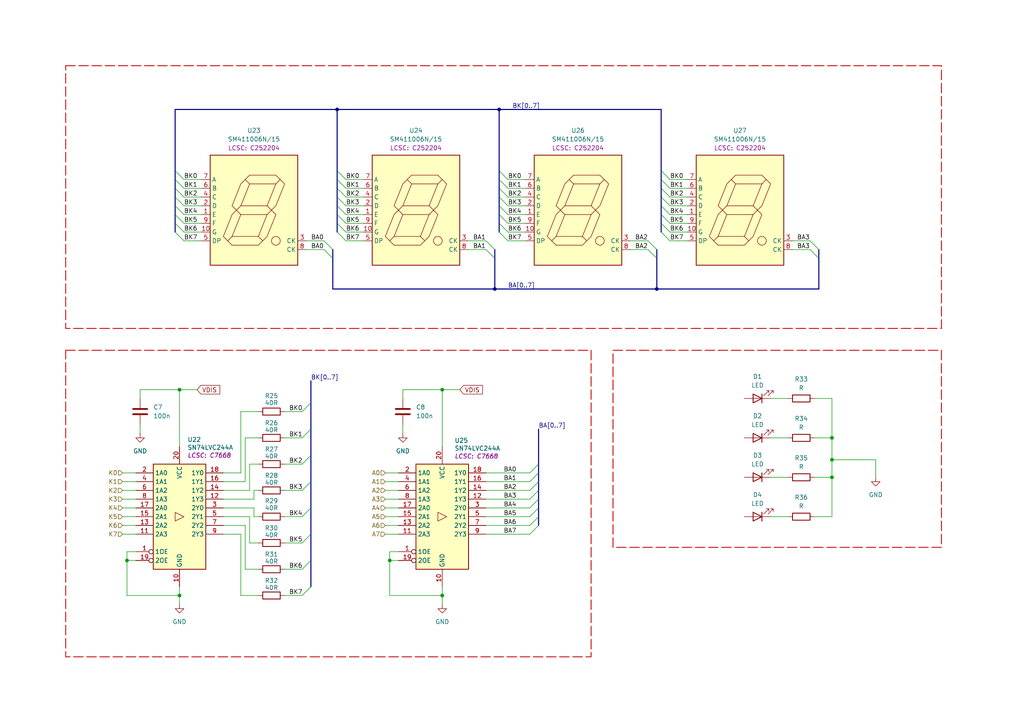
<source format=kicad_sch>
(kicad_sch (version 20250114) (generator "eeschema") (generator_version "9.0")
  (paper "A4")
  (title_block (date "2025-10-19") (rev "v0.0") (company "Rajath Katker") (comment 4 "Final verification pending"))
  (lib_symbols
    (symbol "74xx:74AHC244"
      (property "Reference" "U" (at -7.62 16.51 0))
      (property "Value" "74AHC244" (at -7.62 -16.51 0))
      (symbol "74AHC244_1_0"
        (polyline (pts (xy 1.27 0) (xy -1.27 1.27) (xy -1.27 -1.27) (xy 1.27 0)) (stroke (width 0.1524)))
        (pin input line (at -12.7 12.7 0) (length 5.08) (name "1A0") (number "2"))
        (pin input line (at -12.7 10.16 0) (length 5.08) (name "1A1") (number "4"))
        (pin input line (at -12.7 7.62 0) (length 5.08) (name "1A2") (number "6"))
        (pin input line (at -12.7 5.08 0) (length 5.08) (name "1A3") (number "8"))
        (pin input line (at -12.7 2.54 0) (length 5.08) (name "2A0") (number "17"))
        (pin input line (at -12.7 0 0) (length 5.08) (name "2A1") (number "15"))
        (pin input line (at -12.7 -2.54 0) (length 5.08) (name "2A2") (number "13"))
        (pin input line (at -12.7 -5.08 0) (length 5.08) (name "2A3") (number "11"))
        (pin input inverted (at -12.7 -10.16 0) (length 5.08) (name "1OE") (number "1"))
        (pin input inverted (at -12.7 -12.7 0) (length 5.08) (name "2OE") (number "19"))
        (pin power_in line (at 0 20.32 270) (length 5.08) (name "VCC") (number "20"))
        (pin power_in line (at 0 -20.32 90) (length 5.08) (name "GND") (number "10"))
        (pin tri_state line (at 12.7 12.7 180) (length 5.08) (name "1Y0") (number "18"))
        (pin tri_state line (at 12.7 10.16 180) (length 5.08) (name "1Y1") (number "16"))
        (pin tri_state line (at 12.7 7.62 180) (length 5.08) (name "1Y2") (number "14"))
        (pin tri_state line (at 12.7 5.08 180) (length 5.08) (name "1Y3") (number "12"))
        (pin tri_state line (at 12.7 2.54 180) (length 5.08) (name "2Y0") (number "3"))
        (pin tri_state line (at 12.7 0 180) (length 5.08) (name "2Y1") (number "5"))
        (pin tri_state line (at 12.7 -2.54 180) (length 5.08) (name "2Y2") (number "7"))
        (pin tri_state line (at 12.7 -5.08 180) (length 5.08) (name "2Y3") (number "9"))
      )
      (symbol "74AHC244_1_1"
        (rectangle (start -7.62 15.24) (end 7.62 -15.24) (stroke (width 0.254)) (fill (type background)))
      )
    )
    (symbol "Device:C" (pin_numbers (hide yes)) (pin_names (offset 0.254))
      (property "Reference" "C" (at 0.635 2.54 0))
      (property "Value" "C" (at 0.635 -2.54 0))
      (symbol "C_0_1"
        (polyline (pts (xy -2.032 0.762) (xy 2.032 0.762)) (stroke (width 0.508)))
        (polyline (pts (xy -2.032 -0.762) (xy 2.032 -0.762)) (stroke (width 0.508)))
      )
      (symbol "C_1_1"
        (pin passive line (at 0 3.81 270) (length 2.794) (name "~") (number "1"))
        (pin passive line (at 0 -3.81 90) (length 2.794) (name "~") (number "2"))
      )
    )
    (symbol "Device:LED" (pin_numbers (hide yes)) (pin_names (offset 1.016) (hide yes))
      (property "Reference" "D" (at 0 2.54 0))
      (property "Value" "LED" (at 0 -2.54 0))
      (symbol "LED_0_1"
        (polyline (pts (xy -3.048 -0.762) (xy -4.572 -2.286) (xy -3.81 -2.286) (xy -4.572 -2.286) (xy -4.572 -1.524)))
        (polyline (pts (xy -1.778 -0.762) (xy -3.302 -2.286) (xy -2.54 -2.286) (xy -3.302 -2.286) (xy -3.302 -1.524)))
        (polyline (pts (xy -1.27 0) (xy 1.27 0)))
        (polyline (pts (xy -1.27 -1.27) (xy -1.27 1.27)) (stroke (width 0.254)))
        (polyline (pts (xy 1.27 -1.27) (xy 1.27 1.27) (xy -1.27 0) (xy 1.27 -1.27)) (stroke (width 0.254)))
      )
      (symbol "LED_1_1"
        (pin passive line (at -3.81 0 0) (length 2.54) (name "K") (number "1"))
        (pin passive line (at 3.81 0 180) (length 2.54) (name "A") (number "2"))
      )
    )
    (symbol "Device:R" (pin_numbers (hide yes)) (pin_names (offset 0))
      (property "Reference" "R" (at 2.032 0 90))
      (property "Value" "R" (at 0 0 90))
      (symbol "R_0_1"
        (rectangle (start -1.016 -2.54) (end 1.016 2.54) (stroke (width 0.254)))
      )
      (symbol "R_1_1"
        (pin passive line (at 0 3.81 270) (length 1.27) (name "~") (number "1"))
        (pin passive line (at 0 -3.81 90) (length 1.27) (name "~") (number "2"))
      )
    )
    (symbol "power:GND" (power) (pin_numbers (hide yes)) (pin_names (offset 0) (hide yes))
      (property "Value" "GND" (at 0 -3.81 0))
      (symbol "GND_0_1"
        (polyline (pts (xy 0 0) (xy 0 -1.27) (xy 1.27 -1.27) (xy 0 -2.54) (xy -1.27 -1.27) (xy 0 -1.27)))
      )
      (symbol "GND_1_1"
        (pin power_in line (at 0 0 270) (length 0) (name "~") (number "1"))
      )
    )
    (symbol "precision_clock:SM411006N/15"
      (property "Reference" "U" (at 0 21.844 0))
      (property "Value" "SM411006N/15" (at 0 19.812 0))
      (symbol "SM411006N/15_0_1"
        (polyline (pts (xy -7.62 -8.89) (xy -6.35 -7.62)))
        (polyline (pts (xy -7.62 -8.89) (xy -6.35 -10.16)))
        (polyline (pts (xy -6.35 -7.62) (xy -3.81 -1.27)))
        (polyline (pts (xy -6.35 -7.62) (xy 1.27 -7.62)))
        (polyline (pts (xy -6.35 -10.16) (xy 1.27 -10.16) (xy 2.54 -8.89)))
        (polyline (pts (xy -5.08 0) (xy -6.35 -1.27) (xy -8.89 -7.62) (xy -7.62 -8.89)))
        (polyline (pts (xy -3.81 1.27) (xy -5.08 0)))
        (polyline (pts (xy -3.81 1.27) (xy 3.81 1.27)))
        (polyline (pts (xy -3.81 -1.27) (xy -5.08 0)))
        (polyline (pts (xy -3.81 -1.27) (xy 3.81 -1.27)))
        (polyline (pts (xy -2.54 8.89) (xy -3.81 7.62) (xy -6.35 1.27) (xy -5.08 0)))
        (polyline (pts (xy 1.27 -7.62) (xy 2.54 -8.89)))
        (polyline (pts (xy 2.54 -8.89) (xy 3.81 -7.62) (xy 6.35 -1.27) (xy 5.08 0)))
        (polyline (pts (xy 3.81 1.27) (xy 5.08 0)))
        (polyline (pts (xy 3.81 -1.27) (xy 1.27 -7.62)))
        (polyline (pts (xy 5.08 0) (xy 3.81 -1.27)))
        (polyline (pts (xy 5.08 0) (xy 6.35 1.27) (xy 8.89 7.62) (xy 7.62 8.89)))
        (polyline (pts (xy 6.35 7.62) (xy 3.81 1.27)))
        (polyline (pts (xy 6.35 7.62) (xy -1.27 7.62) (xy -3.81 1.27)))
        (polyline (pts (xy 6.35 7.62) (xy 7.62 8.89) (xy 6.35 10.16) (xy -1.27 10.16) (xy -2.54 8.89) (xy -1.27 7.62)))
        (circle (center 6.35 -8.89) (radius 1.27))
      )
      (symbol "SM411006N/15_1_1"
        (rectangle (start -12.7 15.9543) (end 12.7 -15.9544) (stroke (width 0.254)) (fill (type color) (color 255 255 194 1)))
        (pin input line (at -15.24 8.89 0) (length 2.54) (name "A") (number "7"))
        (pin input line (at -15.24 6.35 0) (length 2.54) (name "B") (number "6"))
        (pin input line (at -15.24 3.81 0) (length 2.54) (name "C") (number "4"))
        (pin input line (at -15.24 1.27 0) (length 2.54) (name "D") (number "2"))
        (pin input line (at -15.24 -1.27 0) (length 2.54) (name "E") (number "1"))
        (pin input line (at -15.24 -3.81 0) (length 2.54) (name "F") (number "9"))
        (pin input line (at -15.24 -6.35 0) (length 2.54) (name "G") (number "10"))
        (pin input line (at -15.24 -8.89 0) (length 2.54) (name "DP") (number "5"))
        (pin input line (at 15.24 -8.89 180) (length 2.54) (name "CK") (number "3"))
        (pin input line (at 15.24 -11.43 180) (length 2.54) (name "CK") (number "8"))
      )
    )
  )
  (rectangle (start 19.05 19.05) (end 273.05 95.25) (stroke (width 0.254) (type dash) (color 194 0 0 1)))
  (rectangle (start 177.8 101.6) (end 273.05 158.75) (stroke (width 0.254) (type dash) (color 194 0 0 1)))
  (rectangle (start 19.05 101.6) (end 171.45 190.5) (stroke (width 0.254) (type dash) (color 194 0 0 1)))
  (junction (at 52.07 172.72))
  (junction (at 52.07 113.03))
  (junction (at 128.27 113.03))
  (junction (at 128.27 172.72))
  (junction (at 241.3 127))
  (junction (at 143.51 83.82))
  (junction (at 113.03 162.56))
  (junction (at 97.79 31.75))
  (junction (at 241.3 133.35))
  (junction (at 36.83 162.56))
  (junction (at 241.3 138.43))
  (junction (at 190.5 83.82))
  (junction (at 144.78 31.75))
  (bus_entry (at 144.78 62.23) (size 2.54 2.54))
  (bus_entry (at 97.79 59.69) (size 2.54 2.54))
  (bus_entry (at 50.8 59.69) (size 2.54 2.54))
  (bus_entry (at 90.17 116.84) (size -2.54 2.54))
  (bus_entry (at 191.77 49.53) (size 2.54 2.54))
  (bus_entry (at 96.52 74.93) (size -2.54 -2.54))
  (bus_entry (at 97.79 67.31) (size 2.54 2.54))
  (bus_entry (at 237.49 74.93) (size -2.54 -2.54))
  (bus_entry (at 156.21 152.4) (size -2.54 2.54))
  (bus_entry (at 190.5 74.93) (size -2.54 -2.54))
  (bus_entry (at 144.78 57.15) (size 2.54 2.54))
  (bus_entry (at 97.79 49.53) (size 2.54 2.54))
  (bus_entry (at 97.79 64.77) (size 2.54 2.54))
  (bus_entry (at 50.8 57.15) (size 2.54 2.54))
  (bus_entry (at 191.77 59.69) (size 2.54 2.54))
  (bus_entry (at 156.21 134.62) (size -2.54 2.54))
  (bus_entry (at 144.78 54.61) (size 2.54 2.54))
  (bus_entry (at 97.79 57.15) (size 2.54 2.54))
  (bus_entry (at 144.78 64.77) (size 2.54 2.54))
  (bus_entry (at 190.5 72.39) (size -2.54 -2.54))
  (bus_entry (at 156.21 147.32) (size -2.54 2.54))
  (bus_entry (at 144.78 67.31) (size 2.54 2.54))
  (bus_entry (at 191.77 64.77) (size 2.54 2.54))
  (bus_entry (at 143.51 74.93) (size -2.54 -2.54))
  (bus_entry (at 97.79 52.07) (size 2.54 2.54))
  (bus_entry (at 156.21 144.78) (size -2.54 2.54))
  (bus_entry (at 191.77 57.15) (size 2.54 2.54))
  (bus_entry (at 50.8 67.31) (size 2.54 2.54))
  (bus_entry (at 90.17 124.46) (size -2.54 2.54))
  (bus_entry (at 97.79 54.61) (size 2.54 2.54))
  (bus_entry (at 144.78 52.07) (size 2.54 2.54))
  (bus_entry (at 50.8 64.77) (size 2.54 2.54))
  (bus_entry (at 90.17 147.32) (size -2.54 2.54))
  (bus_entry (at 90.17 139.7) (size -2.54 2.54))
  (bus_entry (at 143.51 72.39) (size -2.54 -2.54))
  (bus_entry (at 50.8 49.53) (size 2.54 2.54))
  (bus_entry (at 191.77 62.23) (size 2.54 2.54))
  (bus_entry (at 237.49 72.39) (size -2.54 -2.54))
  (bus_entry (at 156.21 137.16) (size -2.54 2.54))
  (bus_entry (at 156.21 139.7) (size -2.54 2.54))
  (bus_entry (at 90.17 170.18) (size -2.54 2.54))
  (bus_entry (at 90.17 162.56) (size -2.54 2.54))
  (bus_entry (at 90.17 154.94) (size -2.54 2.54))
  (bus_entry (at 191.77 54.61) (size 2.54 2.54))
  (bus_entry (at 96.52 72.39) (size -2.54 -2.54))
  (bus_entry (at 144.78 49.53) (size 2.54 2.54))
  (bus_entry (at 90.17 132.08) (size -2.54 2.54))
  (bus_entry (at 50.8 62.23) (size 2.54 2.54))
  (bus_entry (at 191.77 67.31) (size 2.54 2.54))
  (bus_entry (at 50.8 52.07) (size 2.54 2.54))
  (bus_entry (at 156.21 142.24) (size -2.54 2.54))
  (bus_entry (at 156.21 149.86) (size -2.54 2.54))
  (bus_entry (at 144.78 59.69) (size 2.54 2.54))
  (bus_entry (at 50.8 54.61) (size 2.54 2.54))
  (bus_entry (at 191.77 52.07) (size 2.54 2.54))
  (bus_entry (at 97.79 62.23) (size 2.54 2.54))
  (wire (pts (xy 236.22 149.86) (xy 241.3 149.86)))
  (wire (pts (xy 223.52 138.43) (xy 228.6 138.43)))
  (wire (pts (xy 69.85 119.38) (xy 74.93 119.38)))
  (wire (pts (xy 147.32 59.69) (xy 152.4 59.69)))
  (wire (pts (xy 100.33 67.31) (xy 105.41 67.31)))
  (wire (pts (xy 71.12 152.4) (xy 71.12 165.1)))
  (wire (pts (xy 64.77 142.24) (xy 72.39 142.24)))
  (bus (pts (xy 156.21 124.46) (xy 156.21 134.62)))
  (wire (pts (xy 64.77 149.86) (xy 72.39 149.86)))
  (wire (pts (xy 111.76 152.4) (xy 115.57 152.4)))
  (wire (pts (xy 116.84 123.19) (xy 116.84 125.73)))
  (bus (pts (xy 90.17 154.94) (xy 90.17 162.56)))
  (bus (pts (xy 144.78 52.07) (xy 144.78 54.61)))
  (bus (pts (xy 90.17 162.56) (xy 90.17 170.18)))
  (bus (pts (xy 144.78 31.75) (xy 144.78 49.53)))
  (bus (pts (xy 191.77 31.75) (xy 191.77 49.53)))
  (wire (pts (xy 35.56 147.32) (xy 39.37 147.32)))
  (wire (pts (xy 100.33 62.23) (xy 105.41 62.23)))
  (wire (pts (xy 194.31 52.07) (xy 199.39 52.07)))
  (wire (pts (xy 223.52 127) (xy 228.6 127)))
  (wire (pts (xy 223.52 115.57) (xy 228.6 115.57)))
  (wire (pts (xy 64.77 137.16) (xy 69.85 137.16)))
  (wire (pts (xy 140.97 152.4) (xy 153.67 152.4)))
  (wire (pts (xy 241.3 127) (xy 241.3 115.57)))
  (wire (pts (xy 241.3 138.43) (xy 241.3 149.86)))
  (wire (pts (xy 36.83 160.02) (xy 36.83 162.56)))
  (wire (pts (xy 111.76 139.7) (xy 115.57 139.7)))
  (wire (pts (xy 52.07 170.18) (xy 52.07 172.72)))
  (bus (pts (xy 90.17 132.08) (xy 90.17 139.7)))
  (bus (pts (xy 143.51 74.93) (xy 143.51 83.82)))
  (bus (pts (xy 156.21 144.78) (xy 156.21 147.32)))
  (wire (pts (xy 53.34 57.15) (xy 58.42 57.15)))
  (bus (pts (xy 90.17 116.84) (xy 90.17 124.46)))
  (bus (pts (xy 156.21 137.16) (xy 156.21 139.7)))
  (wire (pts (xy 52.07 113.03) (xy 52.07 129.54)))
  (bus (pts (xy 144.78 31.75) (xy 191.77 31.75)))
  (bus (pts (xy 50.8 57.15) (xy 50.8 59.69)))
  (wire (pts (xy 116.84 113.03) (xy 128.27 113.03)))
  (wire (pts (xy 133.35 113.03) (xy 128.27 113.03)))
  (bus (pts (xy 237.49 74.93) (xy 237.49 83.82)))
  (bus (pts (xy 190.5 74.93) (xy 190.5 83.82)))
  (wire (pts (xy 111.76 147.32) (xy 115.57 147.32)))
  (wire (pts (xy 182.88 72.39) (xy 187.96 72.39)))
  (wire (pts (xy 135.89 72.39) (xy 140.97 72.39)))
  (wire (pts (xy 73.66 149.86) (xy 74.93 149.86)))
  (wire (pts (xy 115.57 160.02) (xy 113.03 160.02)))
  (wire (pts (xy 36.83 162.56) (xy 36.83 172.72)))
  (wire (pts (xy 241.3 138.43) (xy 241.3 133.35)))
  (bus (pts (xy 90.17 110.49) (xy 90.17 116.84)))
  (wire (pts (xy 100.33 54.61) (xy 105.41 54.61)))
  (wire (pts (xy 100.33 64.77) (xy 105.41 64.77)))
  (wire (pts (xy 223.52 149.86) (xy 228.6 149.86)))
  (wire (pts (xy 73.66 147.32) (xy 73.66 149.86)))
  (wire (pts (xy 36.83 162.56) (xy 39.37 162.56)))
  (bus (pts (xy 96.52 74.93) (xy 96.52 83.82)))
  (wire (pts (xy 140.97 142.24) (xy 153.67 142.24)))
  (bus (pts (xy 190.5 72.39) (xy 190.5 74.93)))
  (wire (pts (xy 57.15 113.03) (xy 52.07 113.03)))
  (wire (pts (xy 236.22 138.43) (xy 241.3 138.43)))
  (wire (pts (xy 72.39 157.48) (xy 74.93 157.48)))
  (bus (pts (xy 191.77 49.53) (xy 191.77 52.07)))
  (wire (pts (xy 36.83 172.72) (xy 52.07 172.72)))
  (bus (pts (xy 97.79 57.15) (xy 97.79 59.69)))
  (bus (pts (xy 143.51 72.39) (xy 143.51 74.93)))
  (bus (pts (xy 50.8 59.69) (xy 50.8 62.23)))
  (wire (pts (xy 147.32 64.77) (xy 152.4 64.77)))
  (wire (pts (xy 182.88 69.85) (xy 187.96 69.85)))
  (bus (pts (xy 97.79 54.61) (xy 97.79 57.15)))
  (bus (pts (xy 156.21 147.32) (xy 156.21 149.86)))
  (bus (pts (xy 90.17 124.46) (xy 90.17 132.08)))
  (wire (pts (xy 82.55 142.24) (xy 87.63 142.24)))
  (wire (pts (xy 128.27 170.18) (xy 128.27 172.72)))
  (wire (pts (xy 73.66 144.78) (xy 73.66 142.24)))
  (wire (pts (xy 111.76 144.78) (xy 115.57 144.78)))
  (wire (pts (xy 35.56 142.24) (xy 39.37 142.24)))
  (bus (pts (xy 97.79 49.53) (xy 97.79 52.07)))
  (wire (pts (xy 71.12 139.7) (xy 71.12 127)))
  (wire (pts (xy 82.55 119.38) (xy 87.63 119.38)))
  (wire (pts (xy 140.97 149.86) (xy 153.67 149.86)))
  (bus (pts (xy 50.8 54.61) (xy 50.8 57.15)))
  (wire (pts (xy 241.3 127) (xy 241.3 133.35)))
  (wire (pts (xy 53.34 59.69) (xy 58.42 59.69)))
  (wire (pts (xy 88.9 72.39) (xy 93.98 72.39)))
  (wire (pts (xy 194.31 54.61) (xy 199.39 54.61)))
  (wire (pts (xy 140.97 144.78) (xy 153.67 144.78)))
  (wire (pts (xy 72.39 134.62) (xy 74.93 134.62)))
  (bus (pts (xy 50.8 49.53) (xy 50.8 52.07)))
  (wire (pts (xy 111.76 149.86) (xy 115.57 149.86)))
  (bus (pts (xy 96.52 72.39) (xy 96.52 74.93)))
  (wire (pts (xy 69.85 154.94) (xy 69.85 172.72)))
  (bus (pts (xy 50.8 31.75) (xy 50.8 49.53)))
  (wire (pts (xy 72.39 149.86) (xy 72.39 157.48)))
  (wire (pts (xy 135.89 69.85) (xy 140.97 69.85)))
  (wire (pts (xy 113.03 162.56) (xy 115.57 162.56)))
  (wire (pts (xy 35.56 152.4) (xy 39.37 152.4)))
  (wire (pts (xy 113.03 172.72) (xy 128.27 172.72)))
  (wire (pts (xy 82.55 134.62) (xy 87.63 134.62)))
  (wire (pts (xy 39.37 160.02) (xy 36.83 160.02)))
  (wire (pts (xy 147.32 54.61) (xy 152.4 54.61)))
  (wire (pts (xy 254 133.35) (xy 254 138.43)))
  (wire (pts (xy 52.07 172.72) (xy 52.07 175.26)))
  (wire (pts (xy 194.31 59.69) (xy 199.39 59.69)))
  (wire (pts (xy 147.32 69.85) (xy 152.4 69.85)))
  (wire (pts (xy 40.64 113.03) (xy 52.07 113.03)))
  (wire (pts (xy 128.27 172.72) (xy 128.27 175.26)))
  (wire (pts (xy 53.34 67.31) (xy 58.42 67.31)))
  (wire (pts (xy 194.31 69.85) (xy 199.39 69.85)))
  (bus (pts (xy 190.5 83.82) (xy 237.49 83.82)))
  (wire (pts (xy 113.03 162.56) (xy 113.03 172.72)))
  (wire (pts (xy 128.27 113.03) (xy 128.27 129.54)))
  (wire (pts (xy 35.56 139.7) (xy 39.37 139.7)))
  (bus (pts (xy 144.78 57.15) (xy 144.78 59.69)))
  (wire (pts (xy 111.76 142.24) (xy 115.57 142.24)))
  (wire (pts (xy 147.32 52.07) (xy 152.4 52.07)))
  (wire (pts (xy 140.97 154.94) (xy 153.67 154.94)))
  (wire (pts (xy 53.34 64.77) (xy 58.42 64.77)))
  (bus (pts (xy 97.79 59.69) (xy 97.79 62.23)))
  (wire (pts (xy 194.31 62.23) (xy 199.39 62.23)))
  (bus (pts (xy 237.49 72.39) (xy 237.49 74.93)))
  (bus (pts (xy 144.78 59.69) (xy 144.78 62.23)))
  (wire (pts (xy 140.97 139.7) (xy 153.67 139.7)))
  (wire (pts (xy 100.33 52.07) (xy 105.41 52.07)))
  (bus (pts (xy 90.17 139.7) (xy 90.17 147.32)))
  (wire (pts (xy 40.64 115.57) (xy 40.64 113.03)))
  (wire (pts (xy 241.3 115.57) (xy 236.22 115.57)))
  (wire (pts (xy 64.77 144.78) (xy 73.66 144.78)))
  (bus (pts (xy 191.77 59.69) (xy 191.77 62.23)))
  (bus (pts (xy 50.8 31.75) (xy 97.79 31.75)))
  (bus (pts (xy 97.79 52.07) (xy 97.79 54.61)))
  (wire (pts (xy 194.31 57.15) (xy 199.39 57.15)))
  (wire (pts (xy 35.56 137.16) (xy 39.37 137.16)))
  (wire (pts (xy 64.77 152.4) (xy 71.12 152.4)))
  (wire (pts (xy 64.77 147.32) (xy 73.66 147.32)))
  (wire (pts (xy 69.85 172.72) (xy 74.93 172.72)))
  (wire (pts (xy 100.33 57.15) (xy 105.41 57.15)))
  (bus (pts (xy 191.77 64.77) (xy 191.77 67.31)))
  (wire (pts (xy 35.56 149.86) (xy 39.37 149.86)))
  (wire (pts (xy 147.32 67.31) (xy 152.4 67.31)))
  (wire (pts (xy 82.55 157.48) (xy 87.63 157.48)))
  (wire (pts (xy 236.22 127) (xy 241.3 127)))
  (wire (pts (xy 88.9 69.85) (xy 93.98 69.85)))
  (wire (pts (xy 82.55 127) (xy 87.63 127)))
  (wire (pts (xy 194.31 64.77) (xy 199.39 64.77)))
  (bus (pts (xy 156.21 142.24) (xy 156.21 144.78)))
  (wire (pts (xy 147.32 62.23) (xy 152.4 62.23)))
  (wire (pts (xy 71.12 165.1) (xy 74.93 165.1)))
  (bus (pts (xy 156.21 139.7) (xy 156.21 142.24)))
  (bus (pts (xy 143.51 83.82) (xy 190.5 83.82)))
  (wire (pts (xy 35.56 154.94) (xy 39.37 154.94)))
  (wire (pts (xy 82.55 149.86) (xy 87.63 149.86)))
  (bus (pts (xy 50.8 64.77) (xy 50.8 67.31)))
  (wire (pts (xy 140.97 147.32) (xy 153.67 147.32)))
  (wire (pts (xy 111.76 154.94) (xy 115.57 154.94)))
  (wire (pts (xy 100.33 69.85) (xy 105.41 69.85)))
  (bus (pts (xy 96.52 83.82) (xy 143.51 83.82)))
  (wire (pts (xy 64.77 154.94) (xy 69.85 154.94)))
  (wire (pts (xy 147.32 57.15) (xy 152.4 57.15)))
  (bus (pts (xy 50.8 62.23) (xy 50.8 64.77)))
  (bus (pts (xy 191.77 57.15) (xy 191.77 59.69)))
  (bus (pts (xy 144.78 62.23) (xy 144.78 64.77)))
  (bus (pts (xy 144.78 64.77) (xy 144.78 67.31)))
  (bus (pts (xy 191.77 62.23) (xy 191.77 64.77)))
  (bus (pts (xy 90.17 147.32) (xy 90.17 154.94)))
  (bus (pts (xy 50.8 52.07) (xy 50.8 54.61)))
  (wire (pts (xy 82.55 165.1) (xy 87.63 165.1)))
  (wire (pts (xy 229.87 69.85) (xy 234.95 69.85)))
  (wire (pts (xy 40.64 123.19) (xy 40.64 125.73)))
  (wire (pts (xy 35.56 144.78) (xy 39.37 144.78)))
  (wire (pts (xy 116.84 115.57) (xy 116.84 113.03)))
  (bus (pts (xy 156.21 149.86) (xy 156.21 152.4)))
  (bus (pts (xy 144.78 49.53) (xy 144.78 52.07)))
  (wire (pts (xy 73.66 142.24) (xy 74.93 142.24)))
  (wire (pts (xy 64.77 139.7) (xy 71.12 139.7)))
  (wire (pts (xy 111.76 137.16) (xy 115.57 137.16)))
  (wire (pts (xy 100.33 59.69) (xy 105.41 59.69)))
  (bus (pts (xy 156.21 134.62) (xy 156.21 137.16)))
  (wire (pts (xy 53.34 52.07) (xy 58.42 52.07)))
  (bus (pts (xy 97.79 31.75) (xy 144.78 31.75)))
  (bus (pts (xy 191.77 52.07) (xy 191.77 54.61)))
  (bus (pts (xy 191.77 54.61) (xy 191.77 57.15)))
  (wire (pts (xy 229.87 72.39) (xy 234.95 72.39)))
  (bus (pts (xy 97.79 62.23) (xy 97.79 64.77)))
  (bus (pts (xy 97.79 31.75) (xy 97.79 49.53)))
  (wire (pts (xy 53.34 62.23) (xy 58.42 62.23)))
  (wire (pts (xy 53.34 54.61) (xy 58.42 54.61)))
  (bus (pts (xy 97.79 64.77) (xy 97.79 67.31)))
  (wire (pts (xy 72.39 142.24) (xy 72.39 134.62)))
  (wire (pts (xy 140.97 137.16) (xy 153.67 137.16)))
  (wire (pts (xy 194.31 67.31) (xy 199.39 67.31)))
  (bus (pts (xy 144.78 54.61) (xy 144.78 57.15)))
  (wire (pts (xy 82.55 172.72) (xy 87.63 172.72)))
  (wire (pts (xy 113.03 160.02) (xy 113.03 162.56)))
  (wire (pts (xy 254 133.35) (xy 241.3 133.35)))
  (wire (pts (xy 71.12 127) (xy 74.93 127)))
  (wire (pts (xy 69.85 137.16) (xy 69.85 119.38)))
  (wire (pts (xy 53.34 69.85) (xy 58.42 69.85)))
  (label "BK2" (at 100.33 57.15 0))
  (label "BK3" (at 53.34 59.69 0))
  (label "BK4" (at 100.33 62.23 0))
  (label "BA1" (at 146.05 139.7 0))
  (label "BK2" (at 147.32 57.15 0))
  (label "BK5" (at 53.34 64.77 0))
  (label "BK7" (at 53.34 69.85 0))
  (label "BK[0..7]" (at 148.59 31.75 0))
  (label "BK4" (at 194.31 62.23 0))
  (label "BK1" (at 100.33 54.61 0))
  (label "BA3" (at 231.14 72.39 0))
  (label "BK2" (at 53.34 57.15 0))
  (label "BK[0..7]" (at 90.17 110.49 0))
  (label "BK7" (at 100.33 69.85 0))
  (label "BA5" (at 146.05 149.86 0))
  (label "BK4" (at 53.34 62.23 0))
  (label "BA6" (at 146.05 152.4 0))
  (label "BK5" (at 100.33 64.77 0))
  (label "BA[0..7]" (at 156.21 124.46 0))
  (label "BK0" (at 53.34 52.07 0))
  (label "BK3" (at 100.33 59.69 0))
  (label "BK5" (at 194.31 64.77 0))
  (label "BA1" (at 137.16 72.39 0))
  (label "BK1" (at 83.82 127 0))
  (label "BK0" (at 83.82 119.38 0))
  (label "BA1" (at 137.16 69.85 0))
  (label "BK4" (at 83.82 149.86 0))
  (label "BK7" (at 83.82 172.72 0))
  (label "BK5" (at 83.82 157.48 0))
  (label "BK6" (at 83.82 165.1 0))
  (label "BK0" (at 147.32 52.07 0))
  (label "BK3" (at 147.32 59.69 0))
  (label "BA2" (at 184.15 72.39 0))
  (label "BK7" (at 147.32 69.85 0))
  (label "BK1" (at 53.34 54.61 0))
  (label "BK2" (at 194.31 57.15 0))
  (label "BK7" (at 194.31 69.85 0))
  (label "BA2" (at 146.05 142.24 0))
  (label "BA0" (at 90.17 72.39 0))
  (label "BK3" (at 194.31 59.69 0))
  (label "BA2" (at 184.15 69.85 0))
  (label "BK0" (at 194.31 52.07 0))
  (label "BK5" (at 147.32 64.77 0))
  (label "BA0" (at 146.05 137.16 0))
  (label "BA4" (at 146.05 147.32 0))
  (label "BA3" (at 146.05 144.78 0))
  (label "BK6" (at 147.32 67.31 0))
  (label "BA3" (at 231.14 69.85 0))
  (label "BA7" (at 146.05 154.94 0))
  (label "BA0" (at 90.17 69.85 0))
  (label "BK1" (at 194.31 54.61 0))
  (label "BK3" (at 83.82 142.24 0))
  (label "BK6" (at 194.31 67.31 0))
  (label "BA[0..7]" (at 147.32 83.82 0))
  (label "BK6" (at 53.34 67.31 0))
  (label "BK0" (at 100.33 52.07 0))
  (label "BK4" (at 147.32 62.23 0))
  (label "BK1" (at 147.32 54.61 0))
  (label "BK6" (at 100.33 67.31 0))
  (label "BK2" (at 83.82 134.62 0))
  (global_label "VDIS" (shape input) (at 133.35 113.03 0) (property "Intersheetrefs" "${INTERSHEET_REFS}" (effects (hide yes))))
  (global_label "VDIS" (shape input) (at 57.15 113.03 0) (property "Intersheetrefs" "${INTERSHEET_REFS}" (effects (hide yes))))
  (hierarchical_label "K2" (shape input) (at 35.56 142.24 180))
  (hierarchical_label "A0" (shape input) (at 111.76 137.16 180))
  (hierarchical_label "A5" (shape input) (at 111.76 149.86 180))
  (hierarchical_label "A6" (shape input) (at 111.76 152.4 180))
  (hierarchical_label "K6" (shape input) (at 35.56 152.4 180))
  (hierarchical_label "K3" (shape input) (at 35.56 144.78 180))
  (hierarchical_label "A7" (shape input) (at 111.76 154.94 180))
  (hierarchical_label "K4" (shape input) (at 35.56 147.32 180))
  (hierarchical_label "A4" (shape input) (at 111.76 147.32 180))
  (hierarchical_label "A3" (shape input) (at 111.76 144.78 180))
  (hierarchical_label "K7" (shape input) (at 35.56 154.94 180))
  (hierarchical_label "A1" (shape input) (at 111.76 139.7 180))
  (hierarchical_label "K1" (shape input) (at 35.56 139.7 180))
  (hierarchical_label "K5" (shape input) (at 35.56 149.86 180))
  (hierarchical_label "A2" (shape input) (at 111.76 142.24 180))
  (hierarchical_label "K0" (shape input) (at 35.56 137.16 180))
  (symbol (lib_id "Device:LED") (at 219.71 127 180) (unit 1)
    (property "Reference" "D2" (at 219.71 120.65 0))
    (property "Value" "LED" (at 219.71 123.19 0))
    (property "Description" "Light emitting diode" (effects (hide yes)))
    (property "Sim.Pins" "1=K 2=A" (effects (hide yes)))
  )
  (symbol (lib_id "power:GND") (at 116.84 125.73 0) (unit 1)
    (property "Reference" "#PWR015" (effects (hide yes)))
    (property "Value" "GND" (at 116.84 130.81 0))
    (property "Description" "Power symbol creates a global label with name \"GND\" , ground" (effects (hide yes)))
  )
  (symbol (lib_id "Device:R") (at 232.41 127 90) (unit 1)
    (property "Reference" "R34" (at 232.41 121.412 90))
    (property "Value" "R" (at 232.41 123.952 90))
    (property "Description" "Resistor" (effects (hide yes)))
  )
  (symbol (lib_id "power:GND") (at 52.07 175.26 0) (unit 1)
    (property "Reference" "#PWR014" (effects (hide yes)))
    (property "Value" "GND" (at 52.07 180.34 0))
    (property "Description" "Power symbol creates a global label with name \"GND\" , ground" (effects (hide yes)))
  )
  (symbol (lib_id "74xx:74AHC244") (at 52.07 149.86 0) (unit 1)
    (property "Reference" "U22" (at 54.356 127.508 0) (effects (justify left)))
    (property "Value" "SN74LVC244A" (at 54.356 129.794 0) (effects (justify left)))
    (property "Footprint" "Package_SO:TSSOP-20_4.4x6.5mm_P0.65mm" (effects (hide yes)))
    (property "Datasheet" "https://jlcpcb.com/api/file/downloadByFileSystemAccessId/8579714871891714048" (effects (hide yes)))
    (property "Description" "8-bit Buffer/Line Driver 3-state" (effects (hide yes)))
    (property "LCSC" "C7668" (at 54.356 132.08 0) (show_name yes) (effects (font (italic yes)) (justify left)))
  )
  (symbol (lib_id "74xx:74AHC244") (at 128.27 149.86 0) (unit 1)
    (property "Reference" "U25" (at 131.826 127.762 0) (effects (justify left)))
    (property "Value" "SN74LVC244A" (at 131.826 130.048 0) (effects (justify left)))
    (property "Footprint" "Package_SO:TSSOP-20_4.4x6.5mm_P0.65mm" (effects (hide yes)))
    (property "Datasheet" "https://jlcpcb.com/api/file/downloadByFileSystemAccessId/8579714871891714048" (effects (hide yes)))
    (property "Description" "8-bit Buffer/Line Driver 3-state" (effects (hide yes)))
    (property "LCSC" "C7668" (at 131.826 132.334 0) (show_name yes) (effects (font (italic yes)) (justify left)))
  )
  (symbol (lib_id "Device:C") (at 40.64 119.38 0) (unit 1)
    (property "Reference" "C7" (at 44.45 118.1099 0) (effects (justify left)))
    (property "Value" "100n" (at 44.45 120.6499 0) (effects (justify left)))
    (property "Description" "Unpolarized capacitor" (effects (hide yes)))
  )
  (symbol (lib_id "Device:R") (at 78.74 134.62 90) (unit 1)
    (property "Reference" "R27" (at 78.74 130.302 90))
    (property "Value" "40R" (at 78.74 132.334 90))
    (property "Description" "Resistor" (effects (hide yes)))
  )
  (symbol (lib_id "Device:C") (at 116.84 119.38 0) (unit 1)
    (property "Reference" "C8" (at 120.65 118.1099 0) (effects (justify left)))
    (property "Value" "100n" (at 120.65 120.6499 0) (effects (justify left)))
    (property "Description" "Unpolarized capacitor" (effects (hide yes)))
  )
  (symbol (lib_id "Device:R") (at 78.74 157.48 90) (unit 1)
    (property "Reference" "R30" (at 78.74 153.162 90))
    (property "Value" "40R" (at 78.74 155.194 90))
    (property "Description" "Resistor" (effects (hide yes)))
  )
  (symbol (lib_id "Device:LED") (at 219.71 138.43 180) (unit 1)
    (property "Reference" "D3" (at 219.71 132.08 0))
    (property "Value" "LED" (at 219.71 134.62 0))
    (property "Description" "Light emitting diode" (effects (hide yes)))
    (property "Sim.Pins" "1=K 2=A" (effects (hide yes)))
  )
  (symbol (lib_id "power:GND") (at 128.27 175.26 0) (unit 1)
    (property "Reference" "#PWR016" (effects (hide yes)))
    (property "Value" "GND" (at 128.27 180.34 0))
    (property "Description" "Power symbol creates a global label with name \"GND\" , ground" (effects (hide yes)))
  )
  (symbol (lib_id "precision_clock:SM411006N/15") (at 214.63 60.96 0) (unit 1)
    (property "Reference" "U27" (at 214.63 37.846 0))
    (property "Value" "SM411006N/15" (at 214.63 40.386 0))
    (property "Footprint" "precision_clock:SM411006N15" (effects (hide yes)))
    (property "Datasheet" "https://www.lcsc.com/datasheet/C252204.pdf" (effects (hide yes)))
    (property "Description" "25.4 mm (1.0 inch) Single Digit Numeric Display" (effects (hide yes)))
    (property "LCSC" "C252204" (at 214.63 42.926 0) (show_name yes))
  )
  (symbol (lib_id "Device:R") (at 78.74 142.24 90) (unit 1)
    (property "Reference" "R28" (at 78.74 137.922 90))
    (property "Value" "40R" (at 78.74 139.954 90))
    (property "Description" "Resistor" (effects (hide yes)))
  )
  (symbol (lib_id "Device:R") (at 78.74 127 90) (unit 1)
    (property "Reference" "R26" (at 78.74 122.682 90))
    (property "Value" "40R" (at 78.74 124.714 90))
    (property "Description" "Resistor" (effects (hide yes)))
  )
  (symbol (lib_id "precision_clock:SM411006N/15") (at 120.65 60.96 0) (unit 1)
    (property "Reference" "U24" (at 120.65 37.846 0))
    (property "Value" "SM411006N/15" (at 120.65 40.386 0))
    (property "Footprint" "precision_clock:SM411006N15" (effects (hide yes)))
    (property "Datasheet" "https://www.lcsc.com/datasheet/C252204.pdf" (effects (hide yes)))
    (property "Description" "25.4 mm (1.0 inch) Single Digit Numeric Display" (effects (hide yes)))
    (property "LCSC" "C252204" (at 120.65 42.926 0) (show_name yes))
  )
  (symbol (lib_id "Device:LED") (at 219.71 149.86 180) (unit 1)
    (property "Reference" "D4" (at 219.71 143.51 0))
    (property "Value" "LED" (at 219.71 146.05 0))
    (property "Description" "Light emitting diode" (effects (hide yes)))
    (property "Sim.Pins" "1=K 2=A" (effects (hide yes)))
  )
  (symbol (lib_id "Device:R") (at 232.41 149.86 90) (unit 1)
    (property "Reference" "R36" (at 232.41 144.272 90))
    (property "Value" "R" (at 232.41 146.812 90))
    (property "Description" "Resistor" (effects (hide yes)))
  )
  (symbol (lib_id "Device:R") (at 232.41 115.57 90) (unit 1)
    (property "Reference" "R33" (at 232.41 109.982 90))
    (property "Value" "R" (at 232.41 112.522 90))
    (property "Description" "Resistor" (effects (hide yes)))
  )
  (symbol (lib_id "precision_clock:SM411006N/15") (at 167.64 60.96 0) (unit 1)
    (property "Reference" "U26" (at 167.64 37.846 0))
    (property "Value" "SM411006N/15" (at 167.64 40.386 0))
    (property "Footprint" "precision_clock:SM411006N15" (effects (hide yes)))
    (property "Datasheet" "https://www.lcsc.com/datasheet/C252204.pdf" (effects (hide yes)))
    (property "Description" "25.4 mm (1.0 inch) Single Digit Numeric Display" (effects (hide yes)))
    (property "LCSC" "C252204" (at 167.64 42.926 0) (show_name yes))
  )
  (symbol (lib_id "Device:R") (at 78.74 165.1 90) (unit 1)
    (property "Reference" "R31" (at 78.74 160.782 90))
    (property "Value" "40R" (at 78.74 162.814 90))
    (property "Description" "Resistor" (effects (hide yes)))
  )
  (symbol (lib_id "Device:LED") (at 219.71 115.57 180) (unit 1)
    (property "Reference" "D1" (at 219.71 109.22 0))
    (property "Value" "LED" (at 219.71 111.76 0))
    (property "Description" "Light emitting diode" (effects (hide yes)))
    (property "Sim.Pins" "1=K 2=A" (effects (hide yes)))
  )
  (symbol (lib_id "precision_clock:SM411006N/15") (at 73.66 60.96 0) (unit 1)
    (property "Reference" "U23" (at 73.66 37.846 0))
    (property "Value" "SM411006N/15" (at 73.66 40.386 0))
    (property "Footprint" "precision_clock:SM411006N15" (effects (hide yes)))
    (property "Datasheet" "https://www.lcsc.com/datasheet/C252204.pdf" (effects (hide yes)))
    (property "Description" "25.4 mm (1.0 inch) Single Digit Numeric Display" (effects (hide yes)))
    (property "LCSC" "C252204" (at 73.66 42.926 0) (show_name yes))
  )
  (symbol (lib_id "Device:R") (at 78.74 172.72 90) (unit 1)
    (property "Reference" "R32" (at 78.74 168.402 90))
    (property "Value" "40R" (at 78.74 170.434 90))
    (property "Description" "Resistor" (effects (hide yes)))
  )
  (symbol (lib_id "power:GND") (at 254 138.43 0) (unit 1)
    (property "Reference" "#PWR017" (effects (hide yes)))
    (property "Value" "GND" (at 254 143.51 0))
    (property "Description" "Power symbol creates a global label with name \"GND\" , ground" (effects (hide yes)))
  )
  (symbol (lib_id "Device:R") (at 232.41 138.43 90) (unit 1)
    (property "Reference" "R35" (at 232.41 132.842 90))
    (property "Value" "R" (at 232.41 135.382 90))
    (property "Description" "Resistor" (effects (hide yes)))
  )
  (symbol (lib_id "power:GND") (at 40.64 125.73 0) (unit 1)
    (property "Reference" "#PWR013" (effects (hide yes)))
    (property "Value" "GND" (at 40.64 130.81 0))
    (property "Description" "Power symbol creates a global label with name \"GND\" , ground" (effects (hide yes)))
  )
  (symbol (lib_id "Device:R") (at 78.74 149.86 90) (unit 1)
    (property "Reference" "R29" (at 78.74 145.288 90))
    (property "Value" "40R" (at 78.74 147.32 90))
    (property "Description" "Resistor" (effects (hide yes)))
  )
  (symbol (lib_id "Device:R") (at 78.74 119.38 90) (unit 1)
    (property "Reference" "R25" (at 78.74 114.808 90))
    (property "Value" "40R" (at 78.74 116.84 90))
    (property "Description" "Resistor" (effects (hide yes)))
  )
)
</source>
